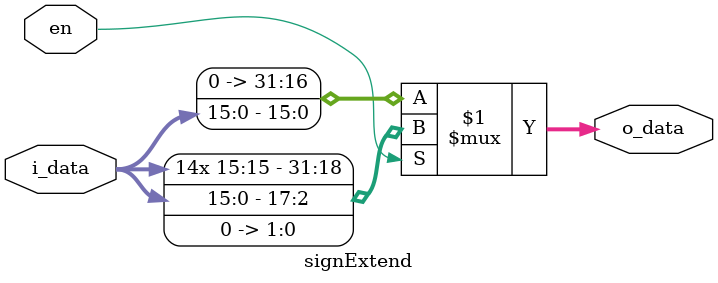
<source format=v>
module signExtend(
	input  [15:0] i_data,
	input 		  en, 
	output [31:0] o_data
	);

assign o_data = en ? {{14{i_data[15]}}, i_data, 2'b0} : {16'b0,i_data};

endmodule
</source>
